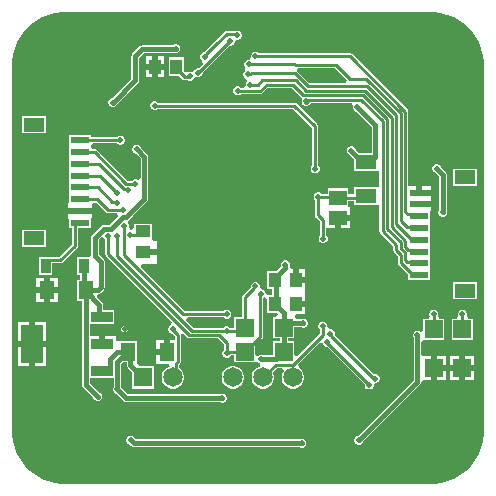
<source format=gbr>
%TF.GenerationSoftware,Altium Limited,Altium Designer,21.3.2 (30)*%
G04 Layer_Physical_Order=2*
G04 Layer_Color=16711680*
%FSLAX44Y44*%
%MOMM*%
%TF.SameCoordinates,DF9C5644-7730-4CB0-946D-AD2690A7FF42*%
%TF.FilePolarity,Positive*%
%TF.FileFunction,Copper,L2,Bot,Signal*%
%TF.Part,Single*%
G01*
G75*
%TA.AperFunction,SMDPad,CuDef*%
%ADD12R,1.3000X1.0000*%
%ADD15R,1.5240X1.5240*%
%ADD25R,1.0000X1.3000*%
%TA.AperFunction,Conductor*%
%ADD26C,0.2540*%
%ADD27C,0.3810*%
%TA.AperFunction,ComponentPad*%
%ADD29C,1.6500*%
%ADD30R,1.6500X1.6500*%
%TA.AperFunction,ViaPad*%
%ADD31C,5.9944*%
%ADD32C,0.5080*%
%TA.AperFunction,SMDPad,CuDef*%
%ADD33R,1.9000X0.9000*%
%ADD34R,1.9000X3.2000*%
%ADD35R,1.8000X1.2000*%
%ADD36R,1.5500X0.6000*%
%ADD37R,0.9100X1.2200*%
%ADD38R,1.5000X1.3000*%
%ADD39R,1.3000X1.5240*%
%ADD40R,1.8000X1.3000*%
%ADD41R,1.5240X1.5240*%
G36*
X925117Y961116D02*
X930906Y959565D01*
X936443Y957271D01*
X941633Y954274D01*
X946388Y950626D01*
X950626Y946388D01*
X954274Y941633D01*
X957271Y936443D01*
X959565Y930906D01*
X961116Y925117D01*
X961898Y919175D01*
Y916178D01*
Y607822D01*
Y604825D01*
X961116Y598883D01*
X959565Y593094D01*
X957271Y587557D01*
X954274Y582367D01*
X950626Y577612D01*
X946388Y573374D01*
X941633Y569726D01*
X936443Y566729D01*
X930906Y564435D01*
X925117Y562884D01*
X919175Y562102D01*
X604825D01*
X598883Y562884D01*
X593094Y564435D01*
X587557Y566729D01*
X582367Y569726D01*
X577612Y573374D01*
X573374Y577612D01*
X569726Y582367D01*
X566729Y587557D01*
X564435Y593094D01*
X562884Y598883D01*
X562102Y604825D01*
Y607822D01*
Y916178D01*
Y919175D01*
X562884Y925117D01*
X564435Y930906D01*
X566729Y936443D01*
X569726Y941633D01*
X573374Y946388D01*
X577612Y950626D01*
X582367Y954274D01*
X587557Y957271D01*
X593094Y959565D01*
X598883Y961116D01*
X604825Y961898D01*
X919175D01*
X925117Y961116D01*
D02*
G37*
%LPC*%
G36*
X701798Y934720D02*
X700282D01*
X698882Y934140D01*
X698403Y933661D01*
X672360D01*
X671121Y933415D01*
X670071Y932713D01*
X664207Y926849D01*
X663505Y925799D01*
X663259Y924560D01*
Y905327D01*
X646925Y888993D01*
X645542Y888420D01*
X644470Y887348D01*
X643890Y885948D01*
Y884432D01*
X644470Y883032D01*
X645542Y881960D01*
X646942Y881380D01*
X648458D01*
X649858Y881960D01*
X650930Y883032D01*
X651503Y884415D01*
X668785Y901697D01*
X669487Y902747D01*
X669733Y903986D01*
Y923219D01*
X673701Y927187D01*
X700072D01*
X700282Y927100D01*
X701798D01*
X703198Y927680D01*
X704270Y928752D01*
X704850Y930152D01*
Y931668D01*
X704270Y933068D01*
X703198Y934140D01*
X701798Y934720D01*
D02*
G37*
G36*
X690934Y924610D02*
X685934D01*
Y918110D01*
X690934D01*
Y924610D01*
D02*
G37*
G36*
X680854D02*
X675854D01*
Y918110D01*
X680854D01*
Y924610D01*
D02*
G37*
G36*
X751153Y946200D02*
X744220D01*
X743229Y946003D01*
X742389Y945441D01*
X733234Y936286D01*
X733234Y936286D01*
X724863Y927915D01*
X724827Y927862D01*
X724666D01*
X723266Y927282D01*
X722194Y926210D01*
X721614Y924810D01*
Y923294D01*
X722194Y921894D01*
X723266Y920822D01*
X723778Y917895D01*
X720283Y914400D01*
X719332D01*
X717932Y913820D01*
X716860Y912748D01*
X716754Y912492D01*
X715473Y911315D01*
X713740Y911245D01*
X713482Y911352D01*
X711966D01*
X710566Y910772D01*
X707678Y911448D01*
X707564Y911562D01*
Y923440D01*
X695024D01*
Y907900D01*
X703902D01*
X706610Y905191D01*
X707450Y904630D01*
X708441Y904433D01*
X710445D01*
X710566Y904312D01*
X711966Y903732D01*
X713482D01*
X714882Y904312D01*
X715954Y905384D01*
X716060Y905640D01*
X717341Y906817D01*
X719074Y906887D01*
X719332Y906780D01*
X720848D01*
X722248Y907360D01*
X723320Y908432D01*
X723900Y909832D01*
Y910692D01*
X746658Y933450D01*
X747608D01*
X749008Y934030D01*
X750080Y935102D01*
X750660Y936502D01*
X752206Y938355D01*
X753007Y938530D01*
X753868D01*
X755268Y939110D01*
X756340Y940182D01*
X756920Y941582D01*
Y943098D01*
X756340Y944498D01*
X755268Y945570D01*
X753868Y946150D01*
X752352D01*
X752044Y946022D01*
X751153Y946200D01*
D02*
G37*
G36*
X690934Y913030D02*
X685934D01*
Y906530D01*
X690934D01*
Y913030D01*
D02*
G37*
G36*
X680854D02*
X675854D01*
Y906530D01*
X680854D01*
Y913030D01*
D02*
G37*
G36*
X769108Y928370D02*
X767592D01*
X766192Y927790D01*
X765120Y926718D01*
X764540Y925318D01*
Y923802D01*
X764701Y923413D01*
X763950Y922286D01*
X762945Y921258D01*
X761750D01*
X760350Y920678D01*
X759278Y919606D01*
X758698Y918206D01*
Y916690D01*
X759278Y915290D01*
X759616Y914952D01*
X759796Y912835D01*
X759406Y911860D01*
X758770Y911224D01*
X758190Y909824D01*
Y908308D01*
X758770Y906908D01*
X759842Y905836D01*
X760650Y905501D01*
X760769Y905298D01*
X761214Y903549D01*
X761201Y902733D01*
X760802Y902334D01*
X760222Y900934D01*
Y899418D01*
X758190Y897686D01*
X756162D01*
X755522Y898326D01*
X754122Y898906D01*
X752606D01*
X751206Y898326D01*
X750134Y897254D01*
X749554Y895854D01*
Y894338D01*
X750134Y892938D01*
X751206Y891866D01*
X752606Y891286D01*
X754122D01*
X755522Y891866D01*
X756162Y892506D01*
X772414D01*
X773405Y892703D01*
X774245Y893265D01*
X778821Y897840D01*
X798909D01*
X807040Y889709D01*
X807864Y888971D01*
X807700Y887198D01*
Y885682D01*
X807746Y885571D01*
X807670Y885190D01*
X807867Y884199D01*
X808429Y883359D01*
X809269Y882797D01*
X810260Y882600D01*
X810947D01*
X811097Y882630D01*
X812268D01*
X813668Y883210D01*
X814740Y884282D01*
X815096Y885140D01*
X849604D01*
X849892Y884894D01*
X851092Y882600D01*
X850900Y882138D01*
Y880622D01*
X851480Y879222D01*
X852552Y878150D01*
X853935Y877577D01*
X866713Y864799D01*
Y842878D01*
X866587Y842690D01*
X858048D01*
X857735Y842752D01*
X855804D01*
X853231Y845325D01*
X852658Y846708D01*
X851587Y847780D01*
X850186Y848360D01*
X848670D01*
X847270Y847780D01*
X846198Y846708D01*
X845618Y845308D01*
Y843792D01*
X846198Y842392D01*
X847270Y841320D01*
X848653Y840747D01*
X852060Y837340D01*
Y827150D01*
X872600D01*
X873402Y824942D01*
Y815898D01*
X872600Y813690D01*
X870862Y813690D01*
X852060D01*
Y807380D01*
X846970D01*
Y812560D01*
X829430D01*
Y807945D01*
X824313D01*
X823673Y808585D01*
X822273Y809165D01*
X820757D01*
X819357Y808585D01*
X818285Y807513D01*
X817705Y806113D01*
Y804597D01*
X818285Y803197D01*
X818925Y802557D01*
Y789706D01*
X819122Y788715D01*
X819684Y787875D01*
X823022Y784537D01*
Y772810D01*
X822381Y772169D01*
X821801Y770769D01*
Y769253D01*
X822381Y767853D01*
X823453Y766781D01*
X824854Y766201D01*
X826369D01*
X827769Y766781D01*
X828841Y767853D01*
X829421Y769253D01*
Y770769D01*
X828841Y772169D01*
X828201Y772810D01*
Y778750D01*
X835660D01*
Y787790D01*
X838200D01*
Y790330D01*
X848240D01*
Y796830D01*
X846970Y797020D01*
Y802200D01*
X852060D01*
Y798150D01*
X870862D01*
X872600Y798150D01*
X873402Y795942D01*
Y776278D01*
X873599Y775287D01*
X874161Y774447D01*
X885140Y763467D01*
Y760114D01*
X885337Y759123D01*
X885899Y758282D01*
X888950Y755231D01*
Y749480D01*
X889147Y748489D01*
X889709Y747649D01*
X897760Y739597D01*
Y734720D01*
X915800D01*
Y742180D01*
X915800Y743260D01*
X915800D01*
Y744720D01*
X915800D01*
Y753260D01*
X915800D01*
Y754720D01*
X915800D01*
Y762180D01*
X915800Y763260D01*
X915800D01*
Y764720D01*
X915800D01*
Y772180D01*
X915800Y773260D01*
X915800D01*
Y774720D01*
X915800D01*
Y783260D01*
X915800D01*
Y784720D01*
X915800D01*
Y793260D01*
X917070Y793450D01*
Y796450D01*
X906780D01*
Y801530D01*
X917070D01*
Y803450D01*
Y806450D01*
X906780D01*
Y808990D01*
X904240D01*
Y814530D01*
X897940D01*
Y877570D01*
X897743Y878561D01*
X897181Y879401D01*
X850191Y926391D01*
X849351Y926953D01*
X848360Y927150D01*
X771148D01*
X770508Y927790D01*
X769108Y928370D01*
D02*
G37*
G36*
X591270Y873710D02*
X570730D01*
Y859170D01*
X591270D01*
Y873710D01*
D02*
G37*
G36*
X628780Y857710D02*
X610740D01*
X610740Y848440D01*
X610740Y846630D01*
Y839170D01*
X610740D01*
Y837710D01*
X610740D01*
Y829170D01*
X610740D01*
Y827710D01*
X610740D01*
X610740Y818440D01*
X610740Y816630D01*
Y809170D01*
X610740D01*
Y807710D01*
X610740D01*
Y800994D01*
X609470Y798980D01*
X609470Y797156D01*
Y795980D01*
X630050D01*
Y798980D01*
X630937Y800006D01*
X633887Y800090D01*
X641629Y792349D01*
X642469Y791787D01*
X643460Y791590D01*
X650832D01*
X651884Y789050D01*
X644621Y781787D01*
X640120D01*
X638881Y781541D01*
X637831Y780839D01*
X630171Y773179D01*
X629469Y772129D01*
X629223Y770890D01*
Y756667D01*
X629223Y755600D01*
X626926Y754130D01*
X617590D01*
Y739390D01*
X620173D01*
Y735330D01*
X617070D01*
Y717550D01*
X621573D01*
Y646460D01*
X621819Y645221D01*
X622521Y644171D01*
X631197Y635495D01*
X631770Y634112D01*
X632842Y633040D01*
X634242Y632460D01*
X635758D01*
X637158Y633040D01*
X638230Y634112D01*
X638810Y635512D01*
Y637028D01*
X638230Y638428D01*
X637158Y639500D01*
X635775Y640073D01*
X628047Y647801D01*
Y651950D01*
X648273D01*
Y644761D01*
X647700Y643378D01*
Y641862D01*
X648280Y640462D01*
X649352Y639390D01*
X650735Y638817D01*
X656841Y632711D01*
X657891Y632009D01*
X659130Y631763D01*
X738269D01*
X739652Y631190D01*
X741168D01*
X742568Y631770D01*
X743640Y632842D01*
X744220Y634242D01*
Y635758D01*
X743640Y637158D01*
X742568Y638230D01*
X741168Y638810D01*
X739652D01*
X738269Y638237D01*
X660471D01*
X655313Y643395D01*
X654747Y644761D01*
Y664139D01*
X656081Y665473D01*
X656118Y665480D01*
X659291D01*
Y663112D01*
X659537Y661873D01*
X660239Y660823D01*
X663580Y657482D01*
Y643020D01*
X682620D01*
Y662060D01*
X669640D01*
X667810Y664456D01*
X668170Y665480D01*
X668170D01*
Y683260D01*
X652630D01*
Y683260D01*
X650160Y683429D01*
Y687760D01*
X640660D01*
Y680720D01*
X635580D01*
Y687760D01*
X628047D01*
Y697950D01*
X648890D01*
Y709490D01*
X639507D01*
Y713890D01*
X639261Y715129D01*
X638559Y716179D01*
X634075Y720663D01*
X634891Y722905D01*
X635106Y723224D01*
X636239Y723449D01*
X637289Y724151D01*
X639829Y726691D01*
X640531Y727741D01*
X640777Y728980D01*
Y750520D01*
X640531Y751759D01*
X639829Y752809D01*
X635697Y756941D01*
Y769549D01*
X637587Y771439D01*
X638322Y771440D01*
X640435Y770695D01*
X640706Y770042D01*
X641346Y769402D01*
Y756874D01*
X641544Y755883D01*
X642105Y755043D01*
X697484Y699663D01*
X697514Y699386D01*
X696740Y696815D01*
X696342Y696650D01*
X695270Y695578D01*
X694690Y694178D01*
Y692662D01*
X695270Y691262D01*
X696342Y690190D01*
X697742Y689610D01*
X697870D01*
X699870Y687610D01*
Y684530D01*
X695960D01*
Y674370D01*
X693420D01*
Y671830D01*
X684380D01*
Y664210D01*
X695457D01*
X695791Y661670D01*
X694825Y661411D01*
X692655Y660158D01*
X690882Y658385D01*
X689629Y656215D01*
X688980Y653793D01*
Y651287D01*
X689629Y648865D01*
X690882Y646695D01*
X692655Y644922D01*
X694825Y643669D01*
X697247Y643020D01*
X699753D01*
X702175Y643669D01*
X704345Y644922D01*
X706118Y646695D01*
X707371Y648865D01*
X708020Y651287D01*
Y653793D01*
X707371Y656215D01*
X706118Y658385D01*
X704345Y660158D01*
X703761Y660495D01*
Y663336D01*
X704291Y663867D01*
X704853Y664707D01*
X705050Y665698D01*
Y688506D01*
X705453Y688857D01*
X707435Y689713D01*
X710639Y686509D01*
X711479Y685947D01*
X712470Y685750D01*
X736797D01*
X741630Y680917D01*
Y675898D01*
X740990Y675258D01*
X740410Y673858D01*
Y672342D01*
X740990Y670942D01*
X742062Y669870D01*
X743462Y669290D01*
X744978D01*
X746378Y669870D01*
X747450Y670942D01*
X747797Y671780D01*
X750570D01*
Y665480D01*
X767609D01*
X768350Y665480D01*
X770800Y665262D01*
X771272Y664790D01*
X772273Y664375D01*
X772529Y662912D01*
X772405Y661781D01*
X771025Y661411D01*
X768855Y660158D01*
X767082Y658385D01*
X765829Y656215D01*
X765180Y653793D01*
Y651287D01*
X765829Y648865D01*
X767082Y646695D01*
X768855Y644922D01*
X771025Y643669D01*
X773447Y643020D01*
X775953D01*
X778375Y643669D01*
X780545Y644922D01*
X782318Y646695D01*
X783571Y648865D01*
X784220Y651287D01*
Y653793D01*
X783571Y656215D01*
X783010Y657187D01*
X786563Y660740D01*
X791245D01*
X792164Y658991D01*
X792375Y658200D01*
X791229Y656215D01*
X790580Y653793D01*
Y651287D01*
X791229Y648865D01*
X792482Y646695D01*
X794255Y644922D01*
X796425Y643669D01*
X798847Y643020D01*
X801353D01*
X803775Y643669D01*
X805945Y644922D01*
X807718Y646695D01*
X808971Y648865D01*
X809620Y651287D01*
Y653793D01*
X808971Y656215D01*
X807718Y658385D01*
X805945Y660158D01*
X804937Y660740D01*
X804312Y663707D01*
X822785Y682180D01*
X825324Y681317D01*
X825905Y679917D01*
X826976Y678845D01*
X828377Y678265D01*
X829019D01*
X860752Y646532D01*
Y645364D01*
X861332Y643964D01*
X862404Y642892D01*
X863804Y642312D01*
X865320D01*
X866720Y642892D01*
X867792Y643964D01*
X868372Y645364D01*
X868979Y647093D01*
X870708Y647700D01*
X872108Y648280D01*
X873180Y649352D01*
X873760Y650752D01*
Y652268D01*
X873180Y653668D01*
X872108Y654740D01*
X870708Y655320D01*
X869192D01*
X868884Y655192D01*
X868604Y655248D01*
X835467Y688386D01*
X835660Y688852D01*
Y690368D01*
X835080Y691768D01*
X834008Y692840D01*
X832608Y693420D01*
X831321D01*
X830255Y694365D01*
X829310Y695431D01*
Y696718D01*
X828730Y698118D01*
X827658Y699190D01*
X826258Y699770D01*
X824742D01*
X823342Y699190D01*
X822270Y698118D01*
X821690Y696718D01*
Y695202D01*
X822270Y693802D01*
X822692Y693380D01*
Y689413D01*
X803717Y670437D01*
X801370Y671409D01*
Y683260D01*
X795717D01*
Y685800D01*
X801370D01*
Y695263D01*
X806849D01*
X808232Y694690D01*
X809748D01*
X811148Y695270D01*
X812220Y696342D01*
X812800Y697742D01*
Y699258D01*
X812220Y700658D01*
X811148Y701730D01*
X809748Y702310D01*
X808232D01*
X806849Y701737D01*
X803053D01*
X802895Y701911D01*
X801984Y703430D01*
X803133Y705970D01*
X810180D01*
Y712470D01*
X802640D01*
Y717550D01*
X810180D01*
Y724050D01*
X810180D01*
Y726290D01*
X810180D01*
Y732790D01*
X802640D01*
Y735330D01*
X800100D01*
Y744370D01*
X798898D01*
X798721Y744508D01*
X797410Y746910D01*
X797560Y747272D01*
Y748788D01*
X796980Y750188D01*
X795908Y751260D01*
X794508Y751840D01*
X792992D01*
X791592Y751260D01*
X790520Y750188D01*
X789940Y748788D01*
Y747272D01*
X790027Y747063D01*
Y746595D01*
X786432Y743000D01*
X778470D01*
Y727460D01*
X782773D01*
Y722680D01*
X779170D01*
Y722680D01*
X777792Y723233D01*
X776190Y725110D01*
X776050Y725448D01*
X774978Y726520D01*
X773578Y727100D01*
X772220Y728746D01*
Y730262D01*
X771640Y731662D01*
X770568Y732734D01*
X769168Y733314D01*
X767652D01*
X766252Y732734D01*
X765180Y731662D01*
X764600Y730262D01*
Y729357D01*
X757629Y722385D01*
X757067Y721545D01*
X756870Y720554D01*
Y703580D01*
X750570D01*
Y694740D01*
X747018D01*
X746378Y695380D01*
X744978Y695960D01*
X743462D01*
X742062Y695380D01*
X741422Y694740D01*
X716083D01*
X709832Y700990D01*
X710884Y703530D01*
X741422D01*
X742062Y702890D01*
X743462Y702310D01*
X744978D01*
X746378Y702890D01*
X747450Y703962D01*
X748030Y705362D01*
Y706878D01*
X747450Y708278D01*
X746378Y709350D01*
X744978Y709930D01*
X743462D01*
X742062Y709350D01*
X741422Y708710D01*
X708463D01*
X671275Y745897D01*
X672247Y748244D01*
X684780D01*
Y755784D01*
X673200D01*
Y760864D01*
X684780D01*
Y768404D01*
X682768D01*
X680870Y769954D01*
Y782494D01*
X665330D01*
Y778920D01*
X663401Y777374D01*
X662264Y777711D01*
X660908Y780292D01*
Y781808D01*
X660442Y782933D01*
X660392Y783453D01*
X661070Y786058D01*
X661246Y786176D01*
X664594Y789524D01*
X664594Y789524D01*
X676659Y801589D01*
X677361Y802639D01*
X677607Y803878D01*
Y839470D01*
X677361Y840709D01*
X676659Y841759D01*
X671823Y846595D01*
X671250Y847978D01*
X670178Y849050D01*
X668778Y849630D01*
X667262D01*
X665862Y849050D01*
X664790Y847978D01*
X664210Y846578D01*
Y845062D01*
X664790Y843662D01*
X665862Y842590D01*
X667245Y842017D01*
X671133Y838129D01*
Y821208D01*
X669971Y820493D01*
X668593Y819971D01*
X667508Y820420D01*
X665992D01*
X664592Y819840D01*
X663952Y819200D01*
X660203D01*
X634203Y845199D01*
X633363Y845760D01*
X632372Y845958D01*
X630532D01*
X628780Y847710D01*
Y849054D01*
X630576Y850850D01*
X651252D01*
X651892Y850210D01*
X653292Y849630D01*
X654808D01*
X656208Y850210D01*
X657280Y851282D01*
X657860Y852682D01*
Y854198D01*
X657280Y855598D01*
X656208Y856670D01*
X654808Y857250D01*
X653292D01*
X651892Y856670D01*
X651252Y856030D01*
X628780D01*
Y857710D01*
D02*
G37*
G36*
X684018Y886460D02*
X682502D01*
X681102Y885880D01*
X680030Y884808D01*
X679450Y883408D01*
Y881892D01*
X680030Y880492D01*
X681102Y879420D01*
X682502Y878840D01*
X684018D01*
X685418Y879420D01*
X686058Y880060D01*
X800297D01*
X816329Y864028D01*
Y831877D01*
X815689Y831237D01*
X815109Y829837D01*
Y828321D01*
X815689Y826921D01*
X816761Y825849D01*
X818161Y825269D01*
X819677D01*
X821077Y825849D01*
X822149Y826921D01*
X822729Y828321D01*
Y829837D01*
X822149Y831237D01*
X821509Y831877D01*
Y865101D01*
X821311Y866092D01*
X820750Y866932D01*
X803201Y884481D01*
X802361Y885043D01*
X801370Y885240D01*
X686058D01*
X685418Y885880D01*
X684018Y886460D01*
D02*
G37*
G36*
X955810Y829260D02*
X935270D01*
Y814720D01*
X955810D01*
Y829260D01*
D02*
G37*
G36*
X917070Y814530D02*
X909320D01*
Y811530D01*
X917070D01*
Y814530D01*
D02*
G37*
G36*
X922778Y833120D02*
X921262D01*
X919862Y832540D01*
X918790Y831468D01*
X918210Y830068D01*
Y828552D01*
X918790Y827152D01*
X919862Y826080D01*
X921245Y825507D01*
X923863Y822889D01*
Y794621D01*
X923290Y793238D01*
Y791722D01*
X923870Y790322D01*
X924942Y789250D01*
X926342Y788670D01*
X927858D01*
X929258Y789250D01*
X930330Y790322D01*
X930910Y791722D01*
Y793238D01*
X930337Y794621D01*
Y824230D01*
X930091Y825469D01*
X929389Y826519D01*
X925823Y830085D01*
X925250Y831468D01*
X924178Y832540D01*
X922778Y833120D01*
D02*
G37*
G36*
X848240Y785250D02*
X840740D01*
Y778750D01*
X848240D01*
Y785250D01*
D02*
G37*
G36*
X591270Y777710D02*
X570730D01*
Y763170D01*
X591270D01*
Y777710D01*
D02*
G37*
G36*
X630050Y790900D02*
X609470D01*
Y787900D01*
X610740Y785886D01*
Y779170D01*
X612750D01*
Y765003D01*
X601927Y754180D01*
X593990D01*
X593740Y754130D01*
X584890D01*
Y739390D01*
X596530D01*
Y749000D01*
X603000D01*
X603991Y749197D01*
X604831Y749759D01*
X617171Y762099D01*
X617733Y762939D01*
X617930Y763930D01*
Y779170D01*
X628780D01*
Y785886D01*
X630050Y787900D01*
X630050Y789724D01*
Y790900D01*
D02*
G37*
G36*
X810180Y744370D02*
X805180D01*
Y737870D01*
X810180D01*
Y744370D01*
D02*
G37*
G36*
X600860Y736600D02*
X594360D01*
Y728980D01*
X600860D01*
Y736600D01*
D02*
G37*
G36*
X589280D02*
X582780D01*
Y728980D01*
X589280D01*
Y736600D01*
D02*
G37*
G36*
X955810Y733260D02*
X935270D01*
Y718720D01*
X955810D01*
Y733260D01*
D02*
G37*
G36*
X600860Y723900D02*
X594360D01*
Y716280D01*
X600860D01*
Y723900D01*
D02*
G37*
G36*
X589280D02*
X582780D01*
Y716280D01*
X589280D01*
Y723900D01*
D02*
G37*
G36*
X920238Y709930D02*
X918722D01*
X917322Y709350D01*
X916250Y708278D01*
X915670Y706878D01*
Y705362D01*
X915998Y704570D01*
X915159Y702693D01*
X914590Y702030D01*
X910590D01*
Y692164D01*
X908050Y691188D01*
X907668Y691570D01*
X906268Y692150D01*
X904752D01*
X903352Y691570D01*
X902280Y690498D01*
X901700Y689098D01*
Y687582D01*
X902273Y686199D01*
Y650311D01*
X855205Y603243D01*
X853822Y602670D01*
X852750Y601598D01*
X852170Y600198D01*
Y598682D01*
X852750Y597282D01*
X853822Y596210D01*
X855222Y595630D01*
X856738D01*
X858138Y596210D01*
X859210Y597282D01*
X859783Y598665D01*
X907799Y646681D01*
X908501Y647731D01*
X908506Y647757D01*
X908996Y649082D01*
X910943Y649960D01*
X916940D01*
Y660120D01*
Y670280D01*
X911287D01*
X909320Y670280D01*
X908747Y672583D01*
Y682567D01*
X910590Y684250D01*
X911287Y684250D01*
X928370D01*
Y702030D01*
X924370D01*
X923801Y702693D01*
X922962Y704570D01*
X923290Y705362D01*
Y706878D01*
X922710Y708278D01*
X921638Y709350D01*
X920238Y709930D01*
D02*
G37*
G36*
X657860Y696010D02*
X657173D01*
X656182Y695813D01*
X655341Y695251D01*
X654780Y694411D01*
X654583Y693420D01*
X654780Y692429D01*
X655341Y691589D01*
X656182Y691027D01*
X657173Y690830D01*
X657860D01*
X658851Y691027D01*
X659691Y691589D01*
X660253Y692429D01*
X660450Y693420D01*
X660253Y694411D01*
X659691Y695251D01*
X658851Y695813D01*
X657860Y696010D01*
D02*
G37*
G36*
X944368Y709930D02*
X942852D01*
X941452Y709350D01*
X940380Y708278D01*
X939800Y706878D01*
Y705362D01*
X940012Y704850D01*
X938871Y702619D01*
X938524Y702310D01*
X934720D01*
Y684530D01*
X952500D01*
Y702310D01*
X948696D01*
X948349Y702619D01*
X947208Y704850D01*
X947420Y705362D01*
Y706878D01*
X946840Y708278D01*
X945768Y709350D01*
X944368Y709930D01*
D02*
G37*
G36*
X591160Y699260D02*
X581660D01*
Y683260D01*
X591160D01*
Y699260D01*
D02*
G37*
G36*
X576580D02*
X567080D01*
Y683260D01*
X576580D01*
Y699260D01*
D02*
G37*
G36*
X690880Y684530D02*
X684380D01*
Y676910D01*
X690880D01*
Y684530D01*
D02*
G37*
G36*
X953770Y670560D02*
X946150D01*
Y662940D01*
X953770D01*
Y670560D01*
D02*
G37*
G36*
X941070D02*
X933450D01*
Y662940D01*
X941070D01*
Y670560D01*
D02*
G37*
G36*
X922020Y670280D02*
Y662660D01*
X929640D01*
Y670280D01*
X922020D01*
D02*
G37*
G36*
X591160Y678180D02*
X581660D01*
Y662180D01*
X591160D01*
Y678180D01*
D02*
G37*
G36*
X576580D02*
X567080D01*
Y662180D01*
X576580D01*
Y678180D01*
D02*
G37*
G36*
X953770Y657860D02*
X946150D01*
Y650240D01*
X953770D01*
Y657860D01*
D02*
G37*
G36*
X941070D02*
X933450D01*
Y650240D01*
X941070D01*
Y657860D01*
D02*
G37*
G36*
X929640Y657580D02*
X922020D01*
Y649960D01*
X929640D01*
Y657580D01*
D02*
G37*
G36*
X750553Y662060D02*
X748047D01*
X745625Y661411D01*
X743455Y660158D01*
X741682Y658385D01*
X740429Y656215D01*
X739780Y653793D01*
Y651287D01*
X740429Y648865D01*
X741682Y646695D01*
X743455Y644922D01*
X745625Y643669D01*
X748047Y643020D01*
X750553D01*
X752975Y643669D01*
X755145Y644922D01*
X756918Y646695D01*
X758171Y648865D01*
X758820Y651287D01*
Y653793D01*
X758171Y656215D01*
X756918Y658385D01*
X755145Y660158D01*
X752975Y661411D01*
X750553Y662060D01*
D02*
G37*
G36*
X663698Y603250D02*
X662182D01*
X660782Y602670D01*
X659710Y601598D01*
X659130Y600198D01*
Y598682D01*
X659710Y597282D01*
X660782Y596210D01*
X662182Y595630D01*
X662390D01*
X663409Y594611D01*
X664459Y593909D01*
X665698Y593663D01*
X805579D01*
X806962Y593090D01*
X808478D01*
X809878Y593670D01*
X810950Y594742D01*
X811530Y596142D01*
Y597658D01*
X810950Y599058D01*
X809878Y600130D01*
X808478Y600710D01*
X806962D01*
X805579Y600137D01*
X667039D01*
X666589Y600587D01*
X666170Y601598D01*
X665098Y602670D01*
X663698Y603250D01*
D02*
G37*
%LPD*%
G36*
X845918Y904290D02*
X845097Y901878D01*
X844995Y901750D01*
X813873D01*
X803963Y911659D01*
X803737Y911810D01*
X804445Y914350D01*
X835857D01*
X845918Y904290D01*
D02*
G37*
G36*
X776204Y720266D02*
X776461Y720210D01*
X778470Y719044D01*
Y707140D01*
X786533D01*
X787355Y706120D01*
X786140Y703580D01*
X783590D01*
Y685800D01*
X789243D01*
Y683260D01*
X783590D01*
Y671257D01*
X775571D01*
X774188Y671830D01*
X772672D01*
X771272Y671250D01*
X770890Y670868D01*
X768350Y671844D01*
Y679597D01*
X773991Y685239D01*
X774553Y686079D01*
X774750Y687070D01*
Y718978D01*
X775888Y720245D01*
X775930Y720276D01*
X776204Y720266D01*
D02*
G37*
D12*
X673100Y776224D02*
D03*
X673200Y758324D02*
D03*
D15*
X759460Y694690D02*
D03*
X792480D02*
D03*
X759460Y674370D02*
D03*
X792480D02*
D03*
D25*
X701294Y915670D02*
D03*
X683394Y915570D02*
D03*
X784740Y735230D02*
D03*
X802640Y735330D02*
D03*
X784740Y714910D02*
D03*
X802640Y715010D02*
D03*
D26*
X762486Y909552D02*
X764282D01*
X764558Y909828D02*
X802132D01*
X812800Y899160D01*
X762000Y909066D02*
X762486Y909552D01*
X764282D02*
X764558Y909828D01*
X712037Y907542D02*
X712724D01*
X701294Y914170D02*
X708441Y907023D01*
X711517D01*
X712037Y907542D01*
X770128Y900176D02*
X774192Y904240D01*
X764032Y900176D02*
X770128D01*
X774192Y904240D02*
X802332D01*
X772414Y895096D02*
X777748Y900430D01*
X753364Y895096D02*
X772414D01*
X777748Y900430D02*
X799981D01*
X801585Y917448D02*
X802093Y916940D01*
X762508Y917448D02*
X801585D01*
X802093Y916940D02*
X836930D01*
X662432Y773176D02*
X670052D01*
X673100Y776224D01*
X657098Y756412D02*
Y781050D01*
Y756412D02*
X707390Y706120D01*
X726694Y926009D02*
Y926084D01*
X735065Y934455D02*
Y934455D01*
X725424Y924052D02*
Y924739D01*
X726694Y926009D01*
Y926084D02*
X735065Y934455D01*
Y934455D02*
X744220Y943610D01*
X751153D01*
X720135Y910590D02*
X746805Y937260D01*
X720090Y910590D02*
X720135D01*
X746805Y937260D02*
X746850D01*
X751153Y943610D02*
X752423Y942340D01*
X753110D01*
X701294Y914170D02*
Y915670D01*
X632372Y843368D02*
X659130Y816610D01*
X619832Y843368D02*
X632372D01*
X659130Y816610D02*
X666750D01*
X658281Y812030D02*
X659427Y810883D01*
X635950Y833440D02*
X657360Y812030D01*
X619760Y833440D02*
X635950D01*
X659427Y810883D02*
X660114D01*
X657360Y812030D02*
X658281D01*
X637060Y823440D02*
X651510Y808990D01*
X619760Y823440D02*
X637060D01*
X649846Y801370D02*
X650646Y800570D01*
X651333D01*
X634943Y813440D02*
X647013Y801370D01*
X649846D01*
X619760Y813440D02*
X634943D01*
X818919Y829079D02*
Y865101D01*
X801370Y882650D02*
X818919Y865101D01*
X767160Y728254D02*
X767160D01*
X759460Y694690D02*
Y720554D01*
X767160Y728254D01*
X862022Y905510D02*
X891540Y875992D01*
X848360Y905510D02*
X862022D01*
X836930Y916940D02*
X848360Y905510D01*
X799981Y900430D02*
X808871Y891540D01*
X811222Y895350D02*
X861060D01*
X802332Y904240D02*
X811222Y895350D01*
X812800Y899160D02*
X862984D01*
X768350Y924560D02*
X848360D01*
X712470Y688340D02*
X737870D01*
X744220Y673100D02*
Y681990D01*
X737870Y688340D02*
X744220Y681990D01*
X643936Y756874D02*
X712470Y688340D01*
X744220Y673100D02*
X744907D01*
X603000Y751590D02*
X615340Y763930D01*
X593990Y751590D02*
X603000D01*
X615340Y763930D02*
Y783890D01*
X590710Y748310D02*
X593990Y751590D01*
X590710Y746760D02*
Y748310D01*
X643936Y756874D02*
Y772200D01*
X651510Y772284D02*
X651555Y772329D01*
X651510Y755650D02*
X715010Y692150D01*
X651510Y755650D02*
Y772284D01*
X643460Y794180D02*
X656590D01*
X634200Y803440D02*
X643460Y794180D01*
X619760Y803440D02*
X634200D01*
X698455Y692688D02*
Y693375D01*
Y692688D02*
X702460Y688682D01*
X701171Y655211D02*
Y664409D01*
X698500Y652540D02*
X701171Y655211D01*
Y664409D02*
X702460Y665698D01*
Y688682D01*
X707390Y706120D02*
X744220D01*
X657173Y693420D02*
X657860D01*
X829135Y681812D02*
Y682075D01*
Y681812D02*
X864562Y646385D01*
Y646122D02*
Y646385D01*
X867410Y652780D02*
X867993D01*
X832336Y687854D02*
Y689124D01*
X831850Y689610D02*
X832336Y689124D01*
Y687854D02*
X867410Y652780D01*
X869263Y651510D02*
X869950D01*
X867993Y652780D02*
X869263Y651510D01*
X800272Y663330D02*
X825282Y688340D01*
Y695742D01*
X825500Y695960D01*
X943610Y693420D02*
Y706120D01*
X919480Y693140D02*
Y706120D01*
X825611Y770011D02*
Y785610D01*
X821515Y789706D02*
Y805355D01*
Y789706D02*
X825611Y785610D01*
X875992Y776278D02*
X887730Y764540D01*
Y760114D02*
X891540Y756304D01*
X875992Y776278D02*
Y869642D01*
X891540Y749480D02*
Y756304D01*
X887730Y760114D02*
Y764540D01*
X891540Y761692D02*
Y766772D01*
Y761692D02*
X895350Y757882D01*
Y751840D02*
Y757882D01*
Y751840D02*
X896961Y750229D01*
X905541D01*
X906780Y748990D01*
X891540Y749480D02*
X902030Y738990D01*
X880110Y778202D02*
Y870912D01*
Y778202D02*
X891540Y766772D01*
X895350Y763270D02*
Y768350D01*
Y763270D02*
X897900Y760720D01*
X883920Y779780D02*
X895350Y768350D01*
X897900Y760720D02*
X905050D01*
X883920Y779780D02*
Y872490D01*
X905050Y760720D02*
X906780Y758990D01*
X905050Y770720D02*
X906780Y768990D01*
X887730Y782320D02*
Y874414D01*
Y782320D02*
X899330Y770720D01*
X905050D01*
X895350Y792480D02*
X897281Y790549D01*
X905221D01*
X895350Y792480D02*
Y877570D01*
X905221Y790549D02*
X906780Y788990D01*
X891540Y784868D02*
Y875992D01*
Y784868D02*
X896708Y779700D01*
X906070D02*
X906780Y778990D01*
X896708Y779700D02*
X906070D01*
X902030Y738990D02*
X906780D01*
X857904Y887730D02*
X875992Y869642D01*
X859482Y891540D02*
X880110Y870912D01*
X808871Y891540D02*
X859482D01*
X861060Y895350D02*
X883920Y872490D01*
X862984Y899160D02*
X887730Y874414D01*
X810947Y885190D02*
X813487Y887730D01*
X857904D01*
X810260Y885190D02*
X810947D01*
X848360Y924560D02*
X895350Y877570D01*
X683260Y882650D02*
X801370D01*
X838200Y804790D02*
X860670D01*
X862330Y806450D01*
X821515Y805355D02*
X837635D01*
X838200Y804790D01*
X772056Y719758D02*
X772160Y719654D01*
Y687070D02*
Y719654D01*
X772056Y719758D02*
Y721554D01*
X759460Y674370D02*
X772160Y687070D01*
X771570Y722040D02*
X772056Y721554D01*
X619760Y843440D02*
X619832Y843368D01*
X619760Y853440D02*
X654050D01*
X715010Y692150D02*
X744220D01*
X756920D01*
X785490Y663330D02*
X800272D01*
X774700Y652540D02*
X785490Y663330D01*
X746177Y674370D02*
X759460D01*
X744907Y673100D02*
X746177Y674370D01*
X756920Y692150D02*
X759460Y694690D01*
D27*
X666496Y924560D02*
X672360Y930424D01*
X666496Y903986D02*
Y924560D01*
X672360Y930424D02*
X700554D01*
X647700Y885190D02*
X666496Y903986D01*
X700554Y930424D02*
X701040Y930910D01*
X624810Y726410D02*
X624840Y726440D01*
X624810Y646460D02*
Y726410D01*
Y646460D02*
X635000Y636270D01*
X662305Y791813D02*
Y791813D01*
X674370Y803878D02*
Y839470D01*
X662305Y791813D02*
X674370Y803878D01*
X658957Y788465D02*
X662305Y791813D01*
X655877Y788465D02*
X658957D01*
X640120Y778550D02*
X645962D01*
X655877Y788465D01*
X792480Y689610D02*
X793750D01*
X786010Y713410D02*
Y735230D01*
X849428Y844550D02*
X854463Y839515D01*
X849428Y844550D02*
X849428D01*
X857735Y839515D02*
X862330Y834920D01*
X854463Y839515D02*
X857735D01*
X862330Y834920D02*
X864830D01*
X869950Y841747D02*
Y866140D01*
X869425Y839515D02*
Y841222D01*
X869950Y841747D01*
X864830Y834920D02*
X869425Y839515D01*
X854710Y881380D02*
X869950Y866140D01*
X632460Y770890D02*
X640120Y778550D01*
X632460Y755600D02*
X637540Y750520D01*
X632460Y755600D02*
Y770890D01*
X659130Y635000D02*
X740410D01*
X651510Y642620D02*
X659130Y635000D01*
X651510Y642620D02*
Y665480D01*
X655805Y668655D02*
X660400Y673250D01*
X651510Y665480D02*
X654685Y668655D01*
X655805D01*
X660400Y673250D02*
Y674370D01*
X793264Y745254D02*
Y747544D01*
X793750Y748030D01*
X784740Y735230D02*
Y736730D01*
X793264Y745254D01*
X668020Y845820D02*
X674370Y839470D01*
X637540Y728980D02*
Y750520D01*
X927100Y792480D02*
Y824230D01*
X922020Y829310D02*
X927100Y824230D01*
X623410Y725330D02*
Y746760D01*
X855980Y599440D02*
X905510Y648970D01*
Y688340D01*
X662940Y599440D02*
X663158D01*
X665698Y596900D01*
X807720D01*
X792480Y694690D02*
X796290Y698500D01*
X808990D01*
X792480Y692150D02*
Y694690D01*
Y706940D01*
X786010Y713410D02*
X792480Y706940D01*
X773430Y668020D02*
X786130D01*
X792480Y674370D01*
X635000Y726440D02*
X637540Y728980D01*
X624840Y726440D02*
X635000D01*
X662528Y663112D02*
X673100Y652540D01*
X660400Y674370D02*
X662528Y672242D01*
Y663112D02*
Y672242D01*
X651510Y674370D02*
X660400D01*
X644942Y667802D02*
X651510Y674370D01*
X644942Y660950D02*
Y667802D01*
X792480Y674370D02*
Y689610D01*
X638120Y657720D02*
X641712D01*
X644942Y660950D01*
X793750Y689610D02*
Y692150D01*
X788550Y677030D02*
X788670Y676910D01*
X636270Y705570D02*
X638120Y703720D01*
X624840Y725320D02*
X636270Y713890D01*
Y705570D02*
Y713890D01*
X638120Y703720D02*
X643120D01*
D29*
X723900Y652540D02*
D03*
X698500D02*
D03*
X749300D02*
D03*
X774700D02*
D03*
X800100D02*
D03*
D30*
X673100D02*
D03*
D31*
X609600Y609600D02*
D03*
X914400D02*
D03*
Y914400D02*
D03*
X609600D02*
D03*
D32*
X712724Y907542D02*
D03*
X764032Y900176D02*
D03*
X762000Y909066D02*
D03*
X762508Y917448D02*
D03*
X676341Y673507D02*
D03*
X662371Y615849D02*
D03*
X755335Y626009D02*
D03*
X812485Y628041D02*
D03*
X844997Y610007D02*
D03*
X848299Y683921D02*
D03*
X825246Y663702D02*
D03*
X936945Y756057D02*
D03*
X907633Y862864D02*
D03*
X931357Y839877D02*
D03*
X662432Y773176D02*
D03*
X657098Y781050D02*
D03*
X753364Y895096D02*
D03*
X725424Y924052D02*
D03*
X720090Y910590D02*
D03*
X768410Y729504D02*
D03*
X698500Y693420D02*
D03*
X772820Y723290D02*
D03*
X811510Y886440D02*
D03*
X831850Y689610D02*
D03*
X829135Y682075D02*
D03*
X955109Y708565D02*
D03*
X844619Y740315D02*
D03*
X664210Y835660D02*
D03*
X651510Y808990D02*
D03*
X666750Y816610D02*
D03*
X660114Y810883D02*
D03*
X651333Y800570D02*
D03*
X859790Y863600D02*
D03*
X864870Y819150D02*
D03*
X842010Y816610D02*
D03*
X818919Y829079D02*
D03*
X721360Y666750D02*
D03*
X734060Y680720D02*
D03*
X849428Y844550D02*
D03*
X854710Y881380D02*
D03*
X740410Y635000D02*
D03*
X793750Y748030D02*
D03*
X822960Y876300D02*
D03*
X803910Y889000D02*
D03*
X768350Y924560D02*
D03*
X637540Y647700D02*
D03*
X638810Y765810D02*
D03*
X779780Y703580D02*
D03*
X808990Y681990D02*
D03*
X773430Y668020D02*
D03*
X648970Y835660D02*
D03*
X786130Y890270D02*
D03*
X610870Y748030D02*
D03*
X637540Y784860D02*
D03*
X643936Y772200D02*
D03*
X651555Y772329D02*
D03*
X656590Y794180D02*
D03*
X787400Y642620D02*
D03*
X774700Y675640D02*
D03*
X946150Y637540D02*
D03*
X930910Y711200D02*
D03*
Y676910D02*
D03*
X647700Y885190D02*
D03*
X701040Y930910D02*
D03*
X623570Y770890D02*
D03*
X711200Y941070D02*
D03*
X610870Y876300D02*
D03*
X591820Y788670D02*
D03*
Y847090D02*
D03*
X654050Y869950D02*
D03*
X670560Y882650D02*
D03*
X692150Y873760D02*
D03*
X671830Y858520D02*
D03*
X782320Y777240D02*
D03*
X765810D02*
D03*
X748030D02*
D03*
X730250D02*
D03*
X712470D02*
D03*
X782320Y793750D02*
D03*
X765810D02*
D03*
X748030D02*
D03*
X730250D02*
D03*
X712470D02*
D03*
X782320Y811530D02*
D03*
X765810D02*
D03*
X748030D02*
D03*
X730250D02*
D03*
X712470D02*
D03*
X782320Y829310D02*
D03*
X765810D02*
D03*
X748030D02*
D03*
X730250D02*
D03*
X712470D02*
D03*
X782320Y845820D02*
D03*
X765810D02*
D03*
X748030D02*
D03*
X730250D02*
D03*
X712470D02*
D03*
X810260Y910590D02*
D03*
X833120Y906780D02*
D03*
X853440Y939800D02*
D03*
X657860Y693420D02*
D03*
X635000Y690880D02*
D03*
X615950Y688340D02*
D03*
X690880Y735330D02*
D03*
X670560Y716280D02*
D03*
X927100Y792480D02*
D03*
X922020Y829310D02*
D03*
X864562Y646122D02*
D03*
X869950Y651510D02*
D03*
X825500Y695960D02*
D03*
X855980Y599440D02*
D03*
X807720Y596900D02*
D03*
X905510Y688340D02*
D03*
X891540Y690880D02*
D03*
X894080Y720090D02*
D03*
X890270Y737870D02*
D03*
X885190Y750570D02*
D03*
X868680Y775970D02*
D03*
X853440D02*
D03*
X830580Y702310D02*
D03*
X829310Y725170D02*
D03*
Y744220D02*
D03*
X808990Y698500D02*
D03*
X662940Y599440D02*
D03*
X635000Y636270D02*
D03*
X943610Y706120D02*
D03*
X919480D02*
D03*
X829310Y756920D02*
D03*
X825611Y770011D02*
D03*
X654050Y853440D02*
D03*
X683260Y882650D02*
D03*
X753110Y942340D02*
D03*
X746850Y937260D02*
D03*
X668020Y845820D02*
D03*
X744220Y706120D02*
D03*
X821515Y805355D02*
D03*
X651510Y642620D02*
D03*
X744220Y673100D02*
D03*
Y692150D02*
D03*
D33*
X638120Y703720D02*
D03*
Y680720D02*
D03*
Y657720D02*
D03*
D34*
X579120Y680720D02*
D03*
D35*
X581000Y866440D02*
D03*
Y770440D02*
D03*
X945540Y725990D02*
D03*
Y821990D02*
D03*
D36*
X619760Y853440D02*
D03*
Y843440D02*
D03*
Y833440D02*
D03*
Y823440D02*
D03*
Y813440D02*
D03*
Y803440D02*
D03*
Y793440D02*
D03*
Y783440D02*
D03*
X906780Y738990D02*
D03*
Y748990D02*
D03*
Y758990D02*
D03*
Y768990D02*
D03*
Y778990D02*
D03*
Y788990D02*
D03*
Y798990D02*
D03*
Y808990D02*
D03*
D37*
X623410Y746760D02*
D03*
X590710D02*
D03*
D38*
X838200Y787790D02*
D03*
Y804790D02*
D03*
D39*
X660400Y674370D02*
D03*
X693420D02*
D03*
X591820Y726440D02*
D03*
X624840D02*
D03*
D40*
X862330Y805920D02*
D03*
Y834920D02*
D03*
D41*
X943610Y693420D02*
D03*
Y660400D02*
D03*
X919480Y693140D02*
D03*
Y660120D02*
D03*
%TF.MD5,6bcf91084b1f8f579c5a3c5f3366e2aa*%
M02*

</source>
